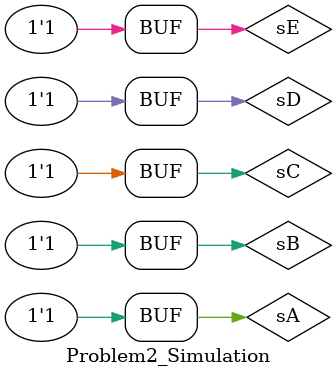
<source format=sv>
`timescale 1ns / 1ps

module Problem2_Simulation();

logic sA, sB, sC, sD, sE, sF;
    
    Problem2 UUT (
        .A(sA), .B(sB), .C(sC),
        .D(sD), .E(sE), .F(sF));
        
    initial begin
        // Same technique as in problem 1
        for (byte a = 0; a < 2; a++) begin
            for (byte b = 0; b < 2; b++) begin
                for (byte c = 0; c < 2; c++) begin
                    for (byte d = 0; d < 2; d++) begin
                        for (byte e = 0; e < 2; e++) begin
                            sA = a; sB = b;
                            sC = c; sD = d; sE = e;
                            #10; // delay amount (ns)
                        end
                    end
                end
            end
        end
    end

endmodule

</source>
